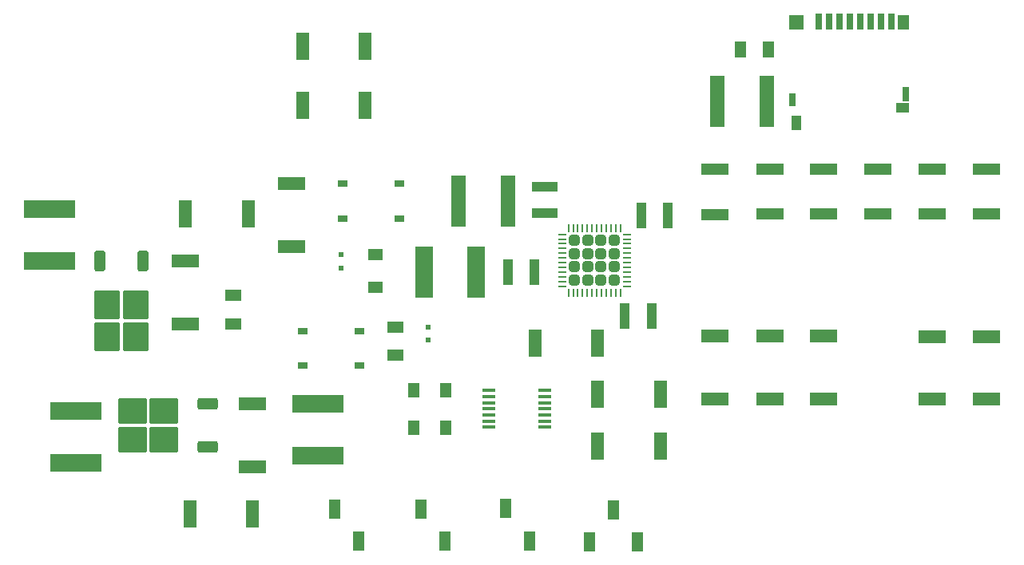
<source format=gtp>
G04 #@! TF.GenerationSoftware,KiCad,Pcbnew,7.0.2*
G04 #@! TF.CreationDate,2023-06-26T18:45:37-03:00*
G04 #@! TF.ProjectId,ProjetoFinalSEMB,50726f6a-6574-46f4-9669-6e616c53454d,rev?*
G04 #@! TF.SameCoordinates,Original*
G04 #@! TF.FileFunction,Paste,Top*
G04 #@! TF.FilePolarity,Positive*
%FSLAX46Y46*%
G04 Gerber Fmt 4.6, Leading zero omitted, Abs format (unit mm)*
G04 Created by KiCad (PCBNEW 7.0.2) date 2023-06-26 18:45:37*
%MOMM*%
%LPD*%
G01*
G04 APERTURE LIST*
G04 Aperture macros list*
%AMRoundRect*
0 Rectangle with rounded corners*
0 $1 Rounding radius*
0 $2 $3 $4 $5 $6 $7 $8 $9 X,Y pos of 4 corners*
0 Add a 4 corners polygon primitive as box body*
4,1,4,$2,$3,$4,$5,$6,$7,$8,$9,$2,$3,0*
0 Add four circle primitives for the rounded corners*
1,1,$1+$1,$2,$3*
1,1,$1+$1,$4,$5*
1,1,$1+$1,$6,$7*
1,1,$1+$1,$8,$9*
0 Add four rect primitives between the rounded corners*
20,1,$1+$1,$2,$3,$4,$5,0*
20,1,$1+$1,$4,$5,$6,$7,0*
20,1,$1+$1,$6,$7,$8,$9,0*
20,1,$1+$1,$8,$9,$2,$3,0*%
G04 Aperture macros list end*
%ADD10R,1.450000X2.900000*%
%ADD11R,1.250000X1.500000*%
%ADD12R,2.900000X1.450000*%
%ADD13RoundRect,0.250000X-0.315000X-0.315000X0.315000X-0.315000X0.315000X0.315000X-0.315000X0.315000X0*%
%ADD14RoundRect,0.062500X-0.375000X-0.062500X0.375000X-0.062500X0.375000X0.062500X-0.375000X0.062500X0*%
%ADD15RoundRect,0.062500X-0.062500X-0.375000X0.062500X-0.375000X0.062500X0.375000X-0.062500X0.375000X0*%
%ADD16R,0.600000X0.500000*%
%ADD17R,2.900000X1.300000*%
%ADD18R,1.000000X0.700000*%
%ADD19R,2.720000X1.020000*%
%ADD20R,1.020000X2.720000*%
%ADD21R,1.900000X5.400000*%
%ADD22R,1.270000X2.030000*%
%ADD23R,1.800000X1.150000*%
%ADD24R,5.400000X1.900000*%
%ADD25R,1.500000X1.250000*%
%ADD26RoundRect,0.250000X-0.350000X0.850000X-0.350000X-0.850000X0.350000X-0.850000X0.350000X0.850000X0*%
%ADD27RoundRect,0.250000X-1.125000X1.275000X-1.125000X-1.275000X1.125000X-1.275000X1.125000X1.275000X0*%
%ADD28R,1.150000X1.800000*%
%ADD29R,0.700000X1.750000*%
%ADD30R,1.450000X1.000000*%
%ADD31R,1.000000X1.550000*%
%ADD32R,0.800000X1.500000*%
%ADD33R,1.300000X1.500000*%
%ADD34R,1.500000X1.500000*%
%ADD35R,0.800000X1.400000*%
%ADD36R,1.500000X5.400000*%
%ADD37RoundRect,0.250000X0.850000X0.350000X-0.850000X0.350000X-0.850000X-0.350000X0.850000X-0.350000X0*%
%ADD38RoundRect,0.250000X1.275000X1.125000X-1.275000X1.125000X-1.275000X-1.125000X1.275000X-1.125000X0*%
%ADD39R,1.475000X0.450000*%
G04 APERTURE END LIST*
D10*
X166110800Y-115712500D03*
X172760800Y-115712500D03*
D11*
X156698300Y-120707500D03*
X153248300Y-120707500D03*
D10*
X172760800Y-126612500D03*
X179410800Y-126612500D03*
D12*
X185220800Y-121582500D03*
X185220800Y-114932500D03*
D13*
X170320800Y-104782500D03*
X170320800Y-106182500D03*
X170320800Y-107582500D03*
X170320800Y-108982500D03*
X171720800Y-104782500D03*
X171720800Y-106182500D03*
X171720800Y-107582500D03*
X171720800Y-108982500D03*
X173120800Y-104782500D03*
X173120800Y-106182500D03*
X173120800Y-107582500D03*
X173120800Y-108982500D03*
X174520800Y-104782500D03*
X174520800Y-106182500D03*
X174520800Y-107582500D03*
X174520800Y-108982500D03*
D14*
X168983300Y-104132500D03*
X168983300Y-104632500D03*
X168983300Y-105132500D03*
X168983300Y-105632500D03*
X168983300Y-106132500D03*
X168983300Y-106632500D03*
X168983300Y-107132500D03*
X168983300Y-107632500D03*
X168983300Y-108132500D03*
X168983300Y-108632500D03*
X168983300Y-109132500D03*
X168983300Y-109632500D03*
D15*
X169670800Y-110320000D03*
X170170800Y-110320000D03*
X170670800Y-110320000D03*
X171170800Y-110320000D03*
X171670800Y-110320000D03*
X172170800Y-110320000D03*
X172670800Y-110320000D03*
X173170800Y-110320000D03*
X173670800Y-110320000D03*
X174170800Y-110320000D03*
X174670800Y-110320000D03*
X175170800Y-110320000D03*
D14*
X175858300Y-109632500D03*
X175858300Y-109132500D03*
X175858300Y-108632500D03*
X175858300Y-108132500D03*
X175858300Y-107632500D03*
X175858300Y-107132500D03*
X175858300Y-106632500D03*
X175858300Y-106132500D03*
X175858300Y-105632500D03*
X175858300Y-105132500D03*
X175858300Y-104632500D03*
X175858300Y-104132500D03*
D15*
X175170800Y-103445000D03*
X174670800Y-103445000D03*
X174170800Y-103445000D03*
X173670800Y-103445000D03*
X173170800Y-103445000D03*
X172670800Y-103445000D03*
X172170800Y-103445000D03*
X171670800Y-103445000D03*
X171170800Y-103445000D03*
X170670800Y-103445000D03*
X170170800Y-103445000D03*
X169670800Y-103445000D03*
D12*
X129075800Y-113632500D03*
X129075800Y-106982500D03*
D10*
X141488300Y-84172500D03*
X148138300Y-84172500D03*
D16*
X154800800Y-113942500D03*
X154800800Y-115342500D03*
D12*
X191001200Y-121582500D03*
X191001200Y-114932500D03*
D11*
X156698300Y-124607500D03*
X153248300Y-124607500D03*
D12*
X136205800Y-122142500D03*
X136205800Y-128792500D03*
D10*
X129075800Y-101982500D03*
X135725800Y-101982500D03*
D17*
X213961600Y-102000000D03*
X213961600Y-97200000D03*
X208221200Y-102000000D03*
X208221200Y-97200000D03*
X196740400Y-102000000D03*
X196740400Y-97200000D03*
D18*
X145750800Y-98782500D03*
X151750800Y-98782500D03*
X145750800Y-102482500D03*
X151750800Y-102482500D03*
D10*
X141488300Y-90422500D03*
X148138300Y-90422500D03*
D17*
X202480800Y-102000000D03*
X202480800Y-97200000D03*
D12*
X213970800Y-121615000D03*
X213970800Y-114965000D03*
D10*
X172760800Y-121132500D03*
X179410800Y-121132500D03*
D19*
X167190800Y-101852500D03*
X167190800Y-99052500D03*
D20*
X175670800Y-112812500D03*
X178470800Y-112812500D03*
D21*
X159910800Y-108132500D03*
X154410800Y-108132500D03*
D22*
X144913300Y-133257500D03*
X147453300Y-136687500D03*
D23*
X151310800Y-113942500D03*
X151310800Y-116942500D03*
D12*
X140350800Y-105427500D03*
X140350800Y-98777500D03*
D24*
X114705800Y-106982500D03*
X114705800Y-101482500D03*
D10*
X136213300Y-133757500D03*
X129563300Y-133757500D03*
D16*
X145580800Y-106302500D03*
X145580800Y-107702500D03*
D25*
X149210800Y-106302500D03*
X149210800Y-109752500D03*
D26*
X124535800Y-106982500D03*
D27*
X123780800Y-111607500D03*
X120730800Y-111607500D03*
X123780800Y-114957500D03*
X120730800Y-114957500D03*
D26*
X119975800Y-106982500D03*
D28*
X190891200Y-84510000D03*
X187891200Y-84510000D03*
D12*
X196730800Y-121585000D03*
X196730800Y-114935000D03*
D17*
X185228600Y-102008400D03*
X185228600Y-97208400D03*
D22*
X163023300Y-133217500D03*
X165563300Y-136647500D03*
X154013300Y-133257500D03*
X156553300Y-136687500D03*
D20*
X166040800Y-108132500D03*
X163240800Y-108132500D03*
D22*
X176943300Y-136767500D03*
X174403300Y-133337500D03*
X171863300Y-136767500D03*
D29*
X196241200Y-81515000D03*
X197341200Y-81515000D03*
X198441200Y-81515000D03*
X199541200Y-81515000D03*
X200641200Y-81515000D03*
X201741200Y-81515000D03*
X202841200Y-81515000D03*
X203941200Y-81515000D03*
D30*
X205066200Y-90740000D03*
D31*
X193841200Y-92315000D03*
D32*
X205391200Y-89240000D03*
D33*
X205141200Y-81640000D03*
D34*
X193791200Y-81640000D03*
D35*
X193441200Y-89890000D03*
D36*
X163300800Y-100632500D03*
X158000800Y-100632500D03*
D37*
X131415800Y-126692500D03*
D38*
X126790800Y-125937500D03*
X126790800Y-122887500D03*
X123440800Y-125937500D03*
X123440800Y-122887500D03*
D37*
X131415800Y-122132500D03*
D18*
X141540800Y-114382500D03*
X147540800Y-114382500D03*
X141540800Y-118082500D03*
X147540800Y-118082500D03*
D20*
X177400800Y-102102500D03*
X180200800Y-102102500D03*
D24*
X143110800Y-122147500D03*
X143110800Y-127647500D03*
D17*
X191000000Y-102000000D03*
X191000000Y-97200000D03*
D24*
X117435800Y-122882500D03*
X117435800Y-128382500D03*
D12*
X208230800Y-121615000D03*
X208230800Y-114965000D03*
D39*
X161247300Y-120702500D03*
X161247300Y-121352500D03*
X161247300Y-122002500D03*
X161247300Y-122652500D03*
X161247300Y-123302500D03*
X161247300Y-123952500D03*
X161247300Y-124602500D03*
X167123300Y-124602500D03*
X167123300Y-123952500D03*
X167123300Y-123302500D03*
X167123300Y-122652500D03*
X167123300Y-122002500D03*
X167123300Y-121352500D03*
X167123300Y-120702500D03*
D23*
X134155800Y-113632500D03*
X134155800Y-110632500D03*
D36*
X190716200Y-90045000D03*
X185416200Y-90045000D03*
M02*

</source>
